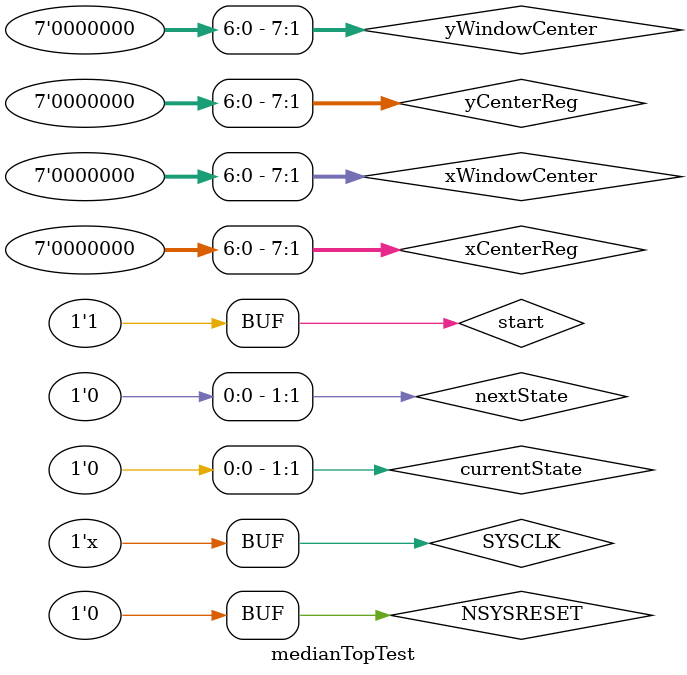
<source format=v>

`timescale 1ns/100ps

module medianTopTest();

parameter SYSCLK_PERIOD = 10;// 10MHZ

reg SYSCLK;
reg NSYSRESET;

initial
begin
    SYSCLK = 1'b0;
    NSYSRESET = 1'b0;
end

//////////////////////////////////////////////////////////////////////
// Reset Pulse
//////////////////////////////////////////////////////////////////////
initial
begin
    #(SYSCLK_PERIOD * 1000 )
        NSYSRESET = 1'b1;
end


//////////////////////////////////////////////////////////////////////
// Clock Driver
//////////////////////////////////////////////////////////////////////
always @(SYSCLK)
    #(SYSCLK_PERIOD / 2.0) SYSCLK <= !SYSCLK;


reg start;
wire signed [7:0] xOut;
wire signed [7:0] yOut;

wire [7:0] xWindowCenter;
wire [7:0] yWindowCenter;
wire [7:0] xCenterReg;
wire [7:0] yCenterReg;
wire windowOut, imageDone, nextAddress, startWindowGet;

assign windowOut = DUT.windowOut;
assign imageDone = DUT.imageDone;
assign nextAddress = DUT.nextAddress;
assign startWindowGet = DUT.startWindowGet;
assign xWindowCenter = DUT.xWindowCenter;
assign yWindowCenter = DUT.yWindowCenter;

assign xCenterReg = DUT.xCenterReg;
assign yCenterReg = DUT.yCenterReg;


wire [1:0] currentState;
wire [1:0] nextState;
assign currentState = DUT.currentState;
assign nextState = DUT.nextState;

medianTop DUT( 
        .clk(SYSCLK),
        .reset(NSYSRESET),
        .start(start),
        .xWindowAddress(xOut),
        .yWindowAddress(yOut) 
);


//<statements>

initial begin
    #5 NSYSRESET = 1;
    #10 NSYSRESET = 0;
end

initial begin
    #25 start = 1;
end

endmodule


</source>
